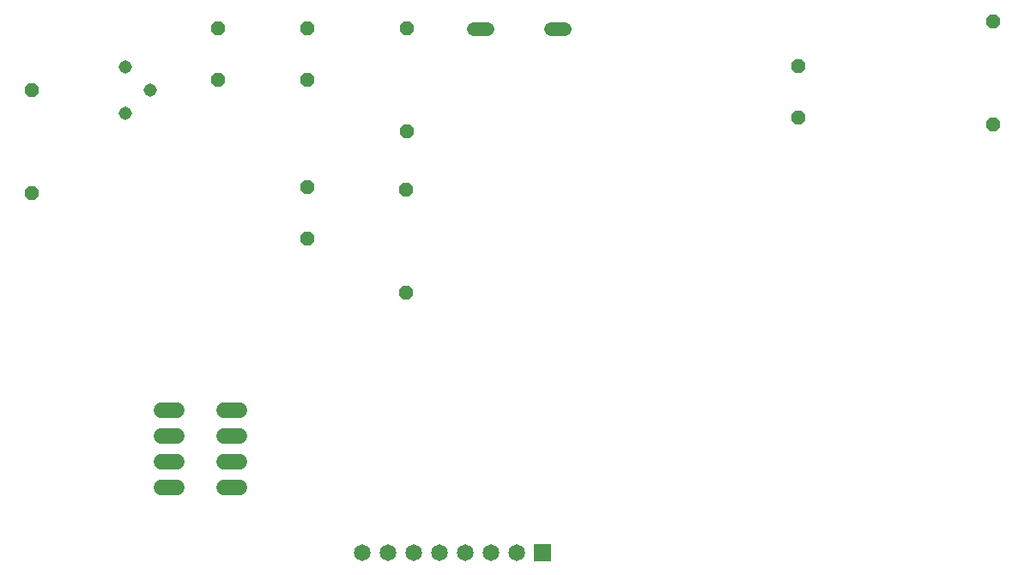
<source format=gbr>
G04 EAGLE Gerber RS-274X export*
G75*
%MOMM*%
%FSLAX34Y34*%
%LPD*%
%INTop Copper*%
%IPPOS*%
%AMOC8*
5,1,8,0,0,1.08239X$1,22.5*%
G01*
%ADD10R,1.651000X1.651000*%
%ADD11C,1.651000*%
%ADD12C,1.308000*%
%ADD13C,1.524000*%
%ADD14P,1.429621X8X112.500000*%
%ADD15P,1.429621X8X292.500000*%
%ADD16C,1.320800*%


D10*
X515900Y14100D03*
D11*
X490500Y14100D03*
X465100Y14100D03*
X439700Y14100D03*
X414300Y14100D03*
X388900Y14100D03*
X363500Y14100D03*
X338100Y14100D03*
D12*
X128580Y470600D03*
X104450Y493460D03*
X104450Y447740D03*
D13*
X140380Y155100D02*
X155620Y155100D01*
X155620Y129700D02*
X140380Y129700D01*
X140380Y104300D02*
X155620Y104300D01*
X155620Y78900D02*
X140380Y78900D01*
D14*
X960000Y437200D03*
X960000Y538800D03*
D13*
X216952Y78445D02*
X201712Y78445D01*
X201712Y103845D02*
X216952Y103845D01*
X216952Y129245D02*
X201712Y129245D01*
X201712Y154645D02*
X216952Y154645D01*
D15*
X768000Y494400D03*
X768000Y443600D03*
D16*
X537704Y531000D02*
X524496Y531000D01*
X461504Y531000D02*
X448296Y531000D01*
D14*
X382000Y430200D03*
X382000Y531800D03*
X381000Y271200D03*
X381000Y372800D03*
D15*
X284000Y531400D03*
X284000Y480600D03*
X284000Y375400D03*
X284000Y324600D03*
X196000Y531400D03*
X196000Y480600D03*
D14*
X12000Y369200D03*
X12000Y470800D03*
M02*

</source>
